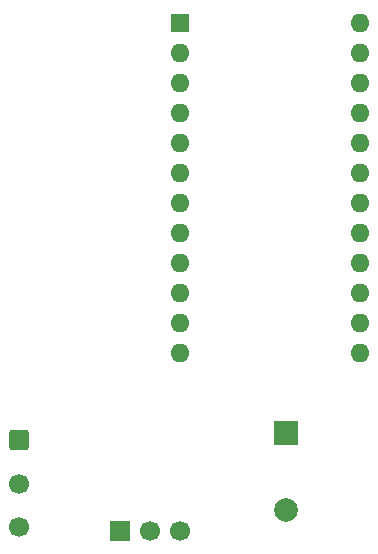
<source format=gbr>
%TF.GenerationSoftware,KiCad,Pcbnew,9.0.2*%
%TF.CreationDate,2025-08-14T17:11:00+06:00*%
%TF.ProjectId,hp3478a-ch32-ext,68703334-3738-4612-9d63-6833322d6578,rev?*%
%TF.SameCoordinates,Original*%
%TF.FileFunction,Soldermask,Bot*%
%TF.FilePolarity,Negative*%
%FSLAX46Y46*%
G04 Gerber Fmt 4.6, Leading zero omitted, Abs format (unit mm)*
G04 Created by KiCad (PCBNEW 9.0.2) date 2025-08-14 17:11:00*
%MOMM*%
%LPD*%
G01*
G04 APERTURE LIST*
G04 Aperture macros list*
%AMRoundRect*
0 Rectangle with rounded corners*
0 $1 Rounding radius*
0 $2 $3 $4 $5 $6 $7 $8 $9 X,Y pos of 4 corners*
0 Add a 4 corners polygon primitive as box body*
4,1,4,$2,$3,$4,$5,$6,$7,$8,$9,$2,$3,0*
0 Add four circle primitives for the rounded corners*
1,1,$1+$1,$2,$3*
1,1,$1+$1,$4,$5*
1,1,$1+$1,$6,$7*
1,1,$1+$1,$8,$9*
0 Add four rect primitives between the rounded corners*
20,1,$1+$1,$2,$3,$4,$5,0*
20,1,$1+$1,$4,$5,$6,$7,0*
20,1,$1+$1,$6,$7,$8,$9,0*
20,1,$1+$1,$8,$9,$2,$3,0*%
G04 Aperture macros list end*
%ADD10RoundRect,0.250000X-0.600000X0.600000X-0.600000X-0.600000X0.600000X-0.600000X0.600000X0.600000X0*%
%ADD11C,1.700000*%
%ADD12R,1.700000X1.700000*%
%ADD13R,1.600000X1.600000*%
%ADD14O,1.600000X1.600000*%
%ADD15R,2.000000X2.000000*%
%ADD16C,2.000000*%
G04 APERTURE END LIST*
D10*
%TO.C,J2*%
X37400000Y-78300000D03*
D11*
X37400000Y-82000000D03*
X37400000Y-85700000D03*
%TD*%
D12*
%TO.C,J3*%
X45920000Y-86000000D03*
D11*
X48460000Y-86000000D03*
X51000000Y-86000000D03*
%TD*%
D13*
%TO.C,J1*%
X51000000Y-43000000D03*
D14*
X51000000Y-45540000D03*
X51000000Y-48080000D03*
X51000000Y-50620000D03*
X51000000Y-53160000D03*
X51000000Y-55700000D03*
X51000000Y-58240000D03*
X51000000Y-60780000D03*
X51000000Y-63320000D03*
X51000000Y-65860000D03*
X51000000Y-68400000D03*
X51000000Y-70940000D03*
X66240000Y-70940000D03*
X66240000Y-68400000D03*
X66240000Y-65860000D03*
X66240000Y-63320000D03*
X66240000Y-60780000D03*
X66240000Y-58240000D03*
X66240000Y-55700000D03*
X66240000Y-53160000D03*
X66240000Y-50620000D03*
X66240000Y-48080000D03*
X66240000Y-45540000D03*
X66240000Y-43000000D03*
%TD*%
D15*
%TO.C,BZ1*%
X60000000Y-77750000D03*
D16*
X60000000Y-84250000D03*
%TD*%
M02*

</source>
